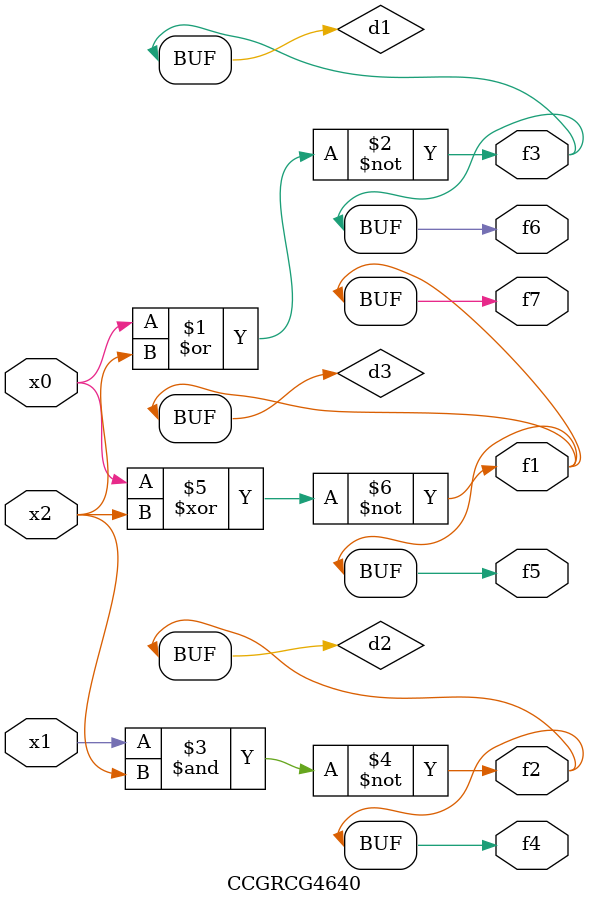
<source format=v>
module CCGRCG4640(
	input x0, x1, x2,
	output f1, f2, f3, f4, f5, f6, f7
);

	wire d1, d2, d3;

	nor (d1, x0, x2);
	nand (d2, x1, x2);
	xnor (d3, x0, x2);
	assign f1 = d3;
	assign f2 = d2;
	assign f3 = d1;
	assign f4 = d2;
	assign f5 = d3;
	assign f6 = d1;
	assign f7 = d3;
endmodule

</source>
